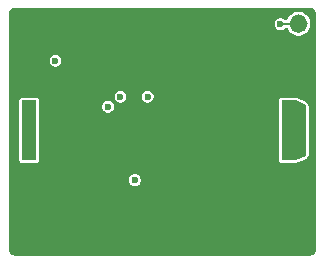
<source format=gbr>
%TF.GenerationSoftware,KiCad,Pcbnew,9.0.6*%
%TF.CreationDate,2025-12-27T16:00:58+00:00*%
%TF.ProjectId,AZUltra,415a556c-7472-4612-9e6b-696361645f70,rev?*%
%TF.SameCoordinates,Original*%
%TF.FileFunction,Copper,L4,Bot*%
%TF.FilePolarity,Positive*%
%FSLAX46Y46*%
G04 Gerber Fmt 4.6, Leading zero omitted, Abs format (unit mm)*
G04 Created by KiCad (PCBNEW 9.0.6) date 2025-12-27 16:00:58*
%MOMM*%
%LPD*%
G01*
G04 APERTURE LIST*
%TA.AperFunction,Conductor*%
%ADD10C,0.800000*%
%TD*%
%TA.AperFunction,SMDPad,CuDef*%
%ADD11R,1.270000X5.080000*%
%TD*%
%TA.AperFunction,SMDPad,CuDef*%
%ADD12C,1.000000*%
%TD*%
%TA.AperFunction,ViaPad*%
%ADD13C,0.600000*%
%TD*%
%TA.AperFunction,Conductor*%
%ADD14C,0.200000*%
%TD*%
G04 APERTURE END LIST*
%TO.N,+5V*%
D10*
X167975000Y-74825000D02*
G75*
G02*
X167175000Y-74825000I-400000J0D01*
G01*
X167175000Y-74825000D02*
G75*
G02*
X167975000Y-74825000I400000J0D01*
G01*
%TD*%
D11*
%TO.P,BT1,1,+*%
%TO.N,+BATT1*%
X166750000Y-83850000D03*
X144780000Y-83850000D03*
D12*
%TO.P,BT1,2,-*%
%TO.N,GND*%
X155765000Y-83850000D03*
%TD*%
D13*
%TO.N,+BATT1*%
X167925000Y-84850000D03*
X167925000Y-83850000D03*
X167925000Y-82850000D03*
X154800000Y-81000000D03*
X167925000Y-85850000D03*
X167925000Y-81850000D03*
%TO.N,GND*%
X160500000Y-77950000D03*
X155525000Y-76950000D03*
X146500000Y-78975000D03*
X158500000Y-80000000D03*
X146790000Y-89320000D03*
X149630000Y-79360000D03*
X149575000Y-87400000D03*
X144470000Y-88220000D03*
X156800000Y-88150000D03*
X155400000Y-78450000D03*
X156800000Y-86050000D03*
X151150000Y-88075000D03*
X149700000Y-89050000D03*
X158850000Y-86100000D03*
X145225000Y-78975000D03*
X159200000Y-76900000D03*
X157200000Y-78750000D03*
X147700000Y-81750000D03*
X153700000Y-79350000D03*
X158850000Y-88150000D03*
X143925000Y-78975000D03*
X147000000Y-76000000D03*
X155575000Y-83025000D03*
X147950000Y-83400000D03*
X151650000Y-79000000D03*
X155517203Y-75474635D03*
X149740000Y-77140000D03*
X153157538Y-83442462D03*
%TO.N,+5V*%
X166050000Y-74850000D03*
X153730000Y-88060000D03*
X151450000Y-81850000D03*
%TO.N,Net-(U2-PD0)*%
X152500000Y-81000000D03*
X147000000Y-77960000D03*
%TD*%
D14*
%TO.N,+BATT1*%
X167600000Y-81525000D02*
X167925000Y-81850000D01*
%TO.N,+5V*%
X166050000Y-74850000D02*
X167550000Y-74850000D01*
%TD*%
%TA.AperFunction,Conductor*%
%TO.N,+BATT1*%
G36*
X167385648Y-81316057D02*
G01*
X167853417Y-81497129D01*
X167987065Y-81548864D01*
X167991947Y-81552472D01*
X168119740Y-81714670D01*
X168247533Y-81876869D01*
X168250000Y-81883985D01*
X168250000Y-85865002D01*
X168246632Y-85873134D01*
X168246347Y-85873409D01*
X167951523Y-86148578D01*
X167948073Y-86150797D01*
X167385897Y-86383421D01*
X167377095Y-86383418D01*
X167370874Y-86377192D01*
X167370000Y-86372795D01*
X167370000Y-81326783D01*
X167373368Y-81318651D01*
X167381500Y-81315283D01*
X167385648Y-81316057D01*
G37*
%TD.AperFunction*%
%TD*%
%TA.AperFunction,Conductor*%
%TO.N,GND*%
G36*
X168490898Y-73454111D02*
G01*
X168551232Y-73454109D01*
X168562310Y-73454730D01*
X168656857Y-73465382D01*
X168678467Y-73470314D01*
X168762990Y-73499889D01*
X168782962Y-73509507D01*
X168858778Y-73557144D01*
X168876111Y-73570966D01*
X168939428Y-73634282D01*
X168953250Y-73651615D01*
X169000890Y-73727433D01*
X169010510Y-73747408D01*
X169040083Y-73831927D01*
X169045016Y-73853539D01*
X169055657Y-73947984D01*
X169056279Y-73959068D01*
X169056279Y-74027469D01*
X169056280Y-74027482D01*
X169056280Y-93948047D01*
X169055657Y-93959133D01*
X169045005Y-94053663D01*
X169040072Y-94075276D01*
X169010496Y-94159794D01*
X169000877Y-94179767D01*
X168953239Y-94255580D01*
X168939418Y-94272912D01*
X168907760Y-94304570D01*
X168876099Y-94336230D01*
X168858774Y-94350045D01*
X168782955Y-94397685D01*
X168762981Y-94407303D01*
X168678466Y-94436874D01*
X168656853Y-94441807D01*
X168562058Y-94452486D01*
X168550974Y-94453108D01*
X168497565Y-94453107D01*
X168490898Y-94453107D01*
X168490897Y-94453107D01*
X168484015Y-94453107D01*
X168483987Y-94453109D01*
X143562347Y-94453109D01*
X143551261Y-94452486D01*
X143456726Y-94441833D01*
X143435115Y-94436900D01*
X143390235Y-94421195D01*
X143350592Y-94407323D01*
X143330621Y-94397704D01*
X143254803Y-94350064D01*
X143237469Y-94336241D01*
X143174154Y-94272924D01*
X143160333Y-94255593D01*
X143112691Y-94179771D01*
X143103073Y-94159798D01*
X143073499Y-94075282D01*
X143068566Y-94053669D01*
X143057903Y-93959034D01*
X143057280Y-93947949D01*
X143057280Y-87994108D01*
X153229500Y-87994108D01*
X153229500Y-88125892D01*
X153259579Y-88238151D01*
X153263609Y-88253190D01*
X153329496Y-88367309D01*
X153329498Y-88367311D01*
X153329500Y-88367314D01*
X153422686Y-88460500D01*
X153422688Y-88460501D01*
X153422690Y-88460503D01*
X153536810Y-88526390D01*
X153536808Y-88526390D01*
X153536812Y-88526391D01*
X153536814Y-88526392D01*
X153664108Y-88560500D01*
X153664110Y-88560500D01*
X153795890Y-88560500D01*
X153795892Y-88560500D01*
X153923186Y-88526392D01*
X153923188Y-88526390D01*
X153923190Y-88526390D01*
X154037309Y-88460503D01*
X154037309Y-88460502D01*
X154037314Y-88460500D01*
X154130500Y-88367314D01*
X154196392Y-88253186D01*
X154230500Y-88125892D01*
X154230500Y-87994108D01*
X154196392Y-87866814D01*
X154196390Y-87866811D01*
X154196390Y-87866809D01*
X154130503Y-87752690D01*
X154130501Y-87752688D01*
X154130500Y-87752686D01*
X154037314Y-87659500D01*
X154037311Y-87659498D01*
X154037309Y-87659496D01*
X153923189Y-87593609D01*
X153923191Y-87593609D01*
X153873799Y-87580375D01*
X153795892Y-87559500D01*
X153664108Y-87559500D01*
X153586200Y-87580375D01*
X153536809Y-87593609D01*
X153422690Y-87659496D01*
X153329496Y-87752690D01*
X153263609Y-87866809D01*
X153263608Y-87866814D01*
X153229500Y-87994108D01*
X143057280Y-87994108D01*
X143057280Y-81290253D01*
X143944500Y-81290253D01*
X143944500Y-86409746D01*
X143944501Y-86409758D01*
X143956132Y-86468227D01*
X143956133Y-86468231D01*
X144000448Y-86534552D01*
X144066769Y-86578867D01*
X144111231Y-86587711D01*
X144125241Y-86590498D01*
X144125246Y-86590498D01*
X144125252Y-86590500D01*
X144125253Y-86590500D01*
X145434747Y-86590500D01*
X145434748Y-86590500D01*
X145493231Y-86578867D01*
X145559552Y-86534552D01*
X145603867Y-86468231D01*
X145615500Y-86409748D01*
X145615500Y-81784108D01*
X150949500Y-81784108D01*
X150949500Y-81915892D01*
X150979579Y-82028151D01*
X150983609Y-82043190D01*
X151049496Y-82157309D01*
X151049498Y-82157311D01*
X151049500Y-82157314D01*
X151142686Y-82250500D01*
X151142688Y-82250501D01*
X151142690Y-82250503D01*
X151256810Y-82316390D01*
X151256808Y-82316390D01*
X151256812Y-82316391D01*
X151256814Y-82316392D01*
X151384108Y-82350500D01*
X151384110Y-82350500D01*
X151515890Y-82350500D01*
X151515892Y-82350500D01*
X151643186Y-82316392D01*
X151643188Y-82316390D01*
X151643190Y-82316390D01*
X151757309Y-82250503D01*
X151757309Y-82250502D01*
X151757314Y-82250500D01*
X151850500Y-82157314D01*
X151916392Y-82043186D01*
X151950500Y-81915892D01*
X151950500Y-81784108D01*
X151916392Y-81656814D01*
X151916390Y-81656811D01*
X151916390Y-81656809D01*
X151850503Y-81542690D01*
X151850501Y-81542688D01*
X151850500Y-81542686D01*
X151757314Y-81449500D01*
X151757311Y-81449498D01*
X151757309Y-81449496D01*
X151643189Y-81383609D01*
X151643191Y-81383609D01*
X151593799Y-81370375D01*
X151515892Y-81349500D01*
X151384108Y-81349500D01*
X151306200Y-81370375D01*
X151256809Y-81383609D01*
X151142690Y-81449496D01*
X151049496Y-81542690D01*
X150983609Y-81656809D01*
X150983608Y-81656814D01*
X150949500Y-81784108D01*
X145615500Y-81784108D01*
X145615500Y-81290252D01*
X145603867Y-81231769D01*
X145559552Y-81165448D01*
X145515484Y-81136002D01*
X145493233Y-81121134D01*
X145493231Y-81121133D01*
X145493228Y-81121132D01*
X145493227Y-81121132D01*
X145434758Y-81109501D01*
X145434748Y-81109500D01*
X144125252Y-81109500D01*
X144125251Y-81109500D01*
X144125241Y-81109501D01*
X144066772Y-81121132D01*
X144066766Y-81121134D01*
X144000451Y-81165445D01*
X144000445Y-81165451D01*
X143956134Y-81231766D01*
X143956132Y-81231772D01*
X143944501Y-81290241D01*
X143944500Y-81290253D01*
X143057280Y-81290253D01*
X143057280Y-80934108D01*
X151999500Y-80934108D01*
X151999500Y-81065892D01*
X152029579Y-81178151D01*
X152033609Y-81193190D01*
X152099496Y-81307309D01*
X152099498Y-81307311D01*
X152099500Y-81307314D01*
X152192686Y-81400500D01*
X152192688Y-81400501D01*
X152192690Y-81400503D01*
X152306810Y-81466390D01*
X152306808Y-81466390D01*
X152306812Y-81466391D01*
X152306814Y-81466392D01*
X152434108Y-81500500D01*
X152434110Y-81500500D01*
X152565890Y-81500500D01*
X152565892Y-81500500D01*
X152693186Y-81466392D01*
X152693188Y-81466390D01*
X152693190Y-81466390D01*
X152807309Y-81400503D01*
X152807309Y-81400502D01*
X152807314Y-81400500D01*
X152900500Y-81307314D01*
X152941738Y-81235888D01*
X152966390Y-81193190D01*
X152966391Y-81193187D01*
X152966392Y-81193186D01*
X153000500Y-81065892D01*
X153000500Y-80934108D01*
X154299500Y-80934108D01*
X154299500Y-81065892D01*
X154329579Y-81178151D01*
X154333609Y-81193190D01*
X154399496Y-81307309D01*
X154399498Y-81307311D01*
X154399500Y-81307314D01*
X154492686Y-81400500D01*
X154492688Y-81400501D01*
X154492690Y-81400503D01*
X154606810Y-81466390D01*
X154606808Y-81466390D01*
X154606812Y-81466391D01*
X154606814Y-81466392D01*
X154734108Y-81500500D01*
X154734110Y-81500500D01*
X154865890Y-81500500D01*
X154865892Y-81500500D01*
X154993186Y-81466392D01*
X154993188Y-81466390D01*
X154993190Y-81466390D01*
X155107309Y-81400503D01*
X155107309Y-81400502D01*
X155107314Y-81400500D01*
X155200500Y-81307314D01*
X155210350Y-81290253D01*
X165914500Y-81290253D01*
X165914500Y-86409746D01*
X165914501Y-86409758D01*
X165926132Y-86468227D01*
X165926133Y-86468231D01*
X165970448Y-86534552D01*
X166036769Y-86578867D01*
X166081231Y-86587711D01*
X166095241Y-86590498D01*
X166095246Y-86590498D01*
X166095252Y-86590500D01*
X166095253Y-86590500D01*
X167404747Y-86590500D01*
X167404748Y-86590500D01*
X167463231Y-86578867D01*
X167474946Y-86571038D01*
X167492097Y-86561874D01*
X168019052Y-86343824D01*
X168031271Y-86339679D01*
X168070815Y-86329084D01*
X168118180Y-86316394D01*
X168118182Y-86316393D01*
X168118181Y-86316393D01*
X168118186Y-86316392D01*
X168232314Y-86250500D01*
X168325500Y-86157314D01*
X168391392Y-86043186D01*
X168398178Y-86017857D01*
X168411979Y-85987755D01*
X168436492Y-85951768D01*
X168439860Y-85943636D01*
X168455500Y-85865002D01*
X168455500Y-81883985D01*
X168444163Y-81816672D01*
X168441696Y-81809556D01*
X168429011Y-81786364D01*
X168420241Y-81764482D01*
X168391392Y-81656814D01*
X168391390Y-81656811D01*
X168391390Y-81656809D01*
X168325503Y-81542690D01*
X168325501Y-81542688D01*
X168325500Y-81542686D01*
X168232314Y-81449500D01*
X168232311Y-81449498D01*
X168232309Y-81449496D01*
X168118189Y-81383609D01*
X168118180Y-81383605D01*
X168112283Y-81382025D01*
X168090196Y-81373143D01*
X168061251Y-81357221D01*
X168061242Y-81357217D01*
X167489769Y-81136002D01*
X167470506Y-81125994D01*
X167463232Y-81121133D01*
X167404748Y-81109500D01*
X166095252Y-81109500D01*
X166095251Y-81109500D01*
X166095241Y-81109501D01*
X166036772Y-81121132D01*
X166036766Y-81121134D01*
X165970451Y-81165445D01*
X165970445Y-81165451D01*
X165926134Y-81231766D01*
X165926132Y-81231772D01*
X165914501Y-81290241D01*
X165914500Y-81290253D01*
X155210350Y-81290253D01*
X155266392Y-81193186D01*
X155300500Y-81065892D01*
X155300500Y-80934108D01*
X155266392Y-80806814D01*
X155266390Y-80806811D01*
X155266390Y-80806809D01*
X155200503Y-80692690D01*
X155200501Y-80692688D01*
X155200500Y-80692686D01*
X155107314Y-80599500D01*
X155107311Y-80599498D01*
X155107309Y-80599496D01*
X154993189Y-80533609D01*
X154993191Y-80533609D01*
X154943799Y-80520375D01*
X154865892Y-80499500D01*
X154734108Y-80499500D01*
X154656200Y-80520375D01*
X154606809Y-80533609D01*
X154492690Y-80599496D01*
X154399496Y-80692690D01*
X154333609Y-80806809D01*
X154333608Y-80806814D01*
X154299500Y-80934108D01*
X153000500Y-80934108D01*
X152966392Y-80806814D01*
X152966390Y-80806811D01*
X152966390Y-80806809D01*
X152900503Y-80692690D01*
X152900501Y-80692688D01*
X152900500Y-80692686D01*
X152807314Y-80599500D01*
X152807311Y-80599498D01*
X152807309Y-80599496D01*
X152693189Y-80533609D01*
X152693191Y-80533609D01*
X152643799Y-80520375D01*
X152565892Y-80499500D01*
X152434108Y-80499500D01*
X152356200Y-80520375D01*
X152306809Y-80533609D01*
X152192690Y-80599496D01*
X152099496Y-80692690D01*
X152033609Y-80806809D01*
X152033608Y-80806814D01*
X151999500Y-80934108D01*
X143057280Y-80934108D01*
X143057280Y-77894108D01*
X146499500Y-77894108D01*
X146499500Y-78025892D01*
X146529579Y-78138151D01*
X146533609Y-78153190D01*
X146599496Y-78267309D01*
X146599498Y-78267311D01*
X146599500Y-78267314D01*
X146692686Y-78360500D01*
X146692688Y-78360501D01*
X146692690Y-78360503D01*
X146806810Y-78426390D01*
X146806808Y-78426390D01*
X146806812Y-78426391D01*
X146806814Y-78426392D01*
X146934108Y-78460500D01*
X146934110Y-78460500D01*
X147065890Y-78460500D01*
X147065892Y-78460500D01*
X147193186Y-78426392D01*
X147193188Y-78426390D01*
X147193190Y-78426390D01*
X147307309Y-78360503D01*
X147307309Y-78360502D01*
X147307314Y-78360500D01*
X147400500Y-78267314D01*
X147466392Y-78153186D01*
X147500500Y-78025892D01*
X147500500Y-77894108D01*
X147466392Y-77766814D01*
X147466390Y-77766811D01*
X147466390Y-77766809D01*
X147400503Y-77652690D01*
X147400501Y-77652688D01*
X147400500Y-77652686D01*
X147307314Y-77559500D01*
X147307311Y-77559498D01*
X147307309Y-77559496D01*
X147193189Y-77493609D01*
X147193191Y-77493609D01*
X147143799Y-77480375D01*
X147065892Y-77459500D01*
X146934108Y-77459500D01*
X146856200Y-77480375D01*
X146806809Y-77493609D01*
X146692690Y-77559496D01*
X146599496Y-77652690D01*
X146533609Y-77766809D01*
X146533608Y-77766814D01*
X146499500Y-77894108D01*
X143057280Y-77894108D01*
X143057280Y-74784108D01*
X165549500Y-74784108D01*
X165549500Y-74915892D01*
X165579579Y-75028151D01*
X165583609Y-75043190D01*
X165649496Y-75157309D01*
X165649498Y-75157311D01*
X165649500Y-75157314D01*
X165742686Y-75250500D01*
X165742688Y-75250501D01*
X165742690Y-75250503D01*
X165856810Y-75316390D01*
X165856808Y-75316390D01*
X165856812Y-75316391D01*
X165856814Y-75316392D01*
X165984108Y-75350500D01*
X165984110Y-75350500D01*
X166115890Y-75350500D01*
X166115892Y-75350500D01*
X166243186Y-75316392D01*
X166243188Y-75316390D01*
X166243190Y-75316390D01*
X166357309Y-75250503D01*
X166357309Y-75250502D01*
X166357314Y-75250500D01*
X166428319Y-75179494D01*
X166435434Y-75175869D01*
X166440130Y-75169407D01*
X166462178Y-75162243D01*
X166482834Y-75151719D01*
X166498321Y-75150500D01*
X166560743Y-75150500D01*
X166618934Y-75169407D01*
X166652207Y-75211614D01*
X166688367Y-75298912D01*
X166688371Y-75298921D01*
X166766668Y-75416099D01*
X166797861Y-75462782D01*
X166937218Y-75602139D01*
X167101086Y-75711632D01*
X167283165Y-75787051D01*
X167476459Y-75825500D01*
X167476460Y-75825500D01*
X167673540Y-75825500D01*
X167673541Y-75825500D01*
X167866835Y-75787051D01*
X168048914Y-75711632D01*
X168212782Y-75602139D01*
X168352139Y-75462782D01*
X168461632Y-75298914D01*
X168537051Y-75116835D01*
X168575500Y-74923541D01*
X168575500Y-74726459D01*
X168537051Y-74533165D01*
X168461632Y-74351086D01*
X168352139Y-74187218D01*
X168212782Y-74047861D01*
X168079894Y-73959068D01*
X168048913Y-73938367D01*
X167866835Y-73862949D01*
X167673543Y-73824500D01*
X167673541Y-73824500D01*
X167476459Y-73824500D01*
X167476456Y-73824500D01*
X167283165Y-73862949D01*
X167283163Y-73862949D01*
X167101086Y-73938367D01*
X166937218Y-74047861D01*
X166937214Y-74047864D01*
X166797864Y-74187214D01*
X166797861Y-74187218D01*
X166688367Y-74351087D01*
X166631497Y-74488385D01*
X166614036Y-74508829D01*
X166598224Y-74530593D01*
X166594382Y-74531841D01*
X166591761Y-74534911D01*
X166540033Y-74549500D01*
X166498321Y-74549500D01*
X166440130Y-74530593D01*
X166428323Y-74520509D01*
X166357314Y-74449500D01*
X166357311Y-74449498D01*
X166357309Y-74449496D01*
X166243189Y-74383609D01*
X166243191Y-74383609D01*
X166193799Y-74370375D01*
X166115892Y-74349500D01*
X165984108Y-74349500D01*
X165906200Y-74370375D01*
X165856809Y-74383609D01*
X165742690Y-74449496D01*
X165649496Y-74542690D01*
X165583609Y-74656809D01*
X165583608Y-74656814D01*
X165549500Y-74784108D01*
X143057280Y-74784108D01*
X143057280Y-74019500D01*
X143057281Y-74019497D01*
X143057280Y-73959163D01*
X143057902Y-73948083D01*
X143057913Y-73947984D01*
X143068554Y-73853529D01*
X143073485Y-73831926D01*
X143103063Y-73747394D01*
X143112677Y-73727430D01*
X143160322Y-73651602D01*
X143174138Y-73634276D01*
X143237461Y-73570950D01*
X143254787Y-73557132D01*
X143330622Y-73509481D01*
X143350577Y-73499871D01*
X143435116Y-73470287D01*
X143456718Y-73465357D01*
X143551005Y-73454732D01*
X143562091Y-73454109D01*
X168490891Y-73454109D01*
X168490898Y-73454111D01*
G37*
%TD.AperFunction*%
%TD*%
M02*

</source>
